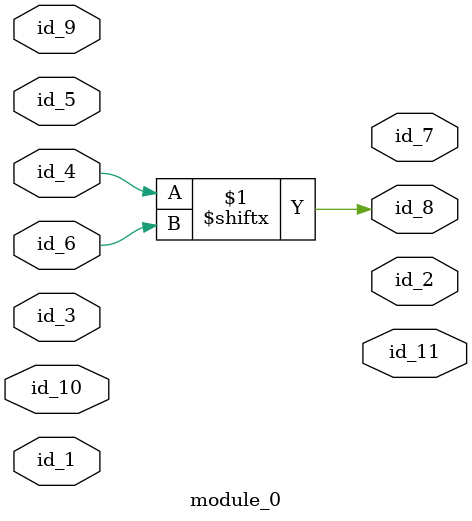
<source format=v>
`define pp_1 0
module module_0 (
    id_1,
    id_2,
    id_3,
    id_4,
    id_5,
    id_6,
    id_7,
    id_8,
    id_9,
    id_10,
    id_11
);
  output id_11;
  input id_10;
  input id_9;
  output id_8;
  output id_7;
  input id_6;
  input id_5;
  input id_4;
  input id_3;
  output id_2;
  input id_1;
  assign id_4[id_6] = id_8;
endmodule

</source>
